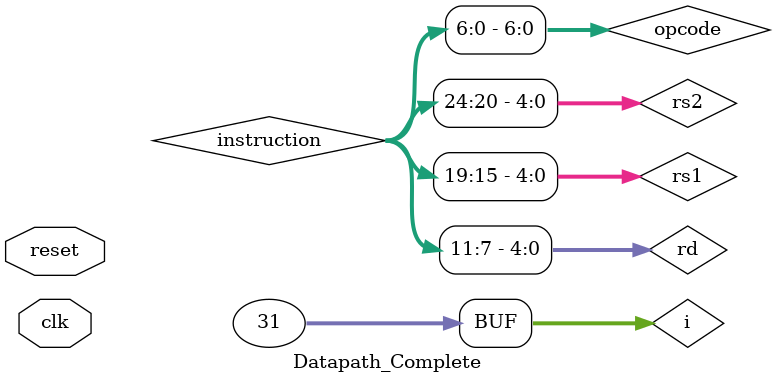
<source format=v>
`timescale 1ns / 1ps


module Datapath_Complete(
	input clk, reset
);

	wire [31:0] instruction;
	reg [63:0] PC;
	wire [4:0] rd, rs1, rs2;
	wire [6:0] opcode;
	wire ALUsrc, MemtoReg, RegWrite, MemRead, MemWrite, Branch, select;
	wire [1:0] ALUop;
	reg [63:0] x[0:31];
	integer i;
	initial begin
		for(i = 0; i<31; i=i+1) begin 
			x[i] = i;
		end
	end
	
	
	assign rd = instruction[11:7];
	assign rs1 = instruction[19:15];
	assign rs2 = instruction[24:20];
	assign opcode = instruction[6:0];

	wire[63:0] rd1, rd2, wd, alu2, imm, alu_res, readd;
	wire[3:0] funct, ALUCtrl;
	wire ALU_OF, ALU_zero;
	assign rd1 = x[rs1];
	assign rd2 = x[rs2];
	assign select = Branch & ALU_zero;
    
	//Select input = (ALU_Zero) & (Branch)
    assign funct = {instruction[30], instruction[14:12]};
    
    initial begin 
    	PC = 0;
    end
    
    
    MainControlUnit MCU(opcode, ALUsrc, MemtoReg, RegWrite, MemRead, MemWrite, Branch, ALUop);
    InstructionFetch InF(instruction, reset, clk, Branch, ALU_zero, PC, imm);
    SignExt SE(imm, instruction);
    MUX_RF_or_SE MUX1(alu2, rd2, imm, ALUsrc);
    ALU_Control ALUC(ALUCtrl, ALUop, funct);
    ALU_64b_CASCADE ALU(alu_res, ALU_OF, ALU_zero, rd1, alu2, ALUCtrl);
    MemoryBlock MEM(readd, alu_res, rd2, MemWrite, MemRead, clk);
    MUX_Mem_OR_ALU MUX2(wd, readd, alu_res, MemtoReg);
	
	always @(posedge clk) begin
		if(RegWrite == 1)
			x[rd] <= wd;
	end
//	always @(posedge clk) begin
//		$monitor ("Instruction: %0h, RD1: %0d, RD2: %0d, rd: %0d, rs1: %0d, rs2: %0d, ALUsrc: %b, MemtoReg: %b, RegWrite: %b, MemRead: %b, MemWrite: %b, Branch: %b, ALUop: %b"
//		          ,instruction, rd1, rd2, rd, rs1, rs2, ALUsrc, MemtoReg, RegWrite, MemRead, MemWrite, Branch, ALUop);
//	end
	always @(posedge clk) begin
		if(Branch == 1 & ALU_zero == 1) begin
			PC = PC + (imm << 1);
		end
		else
			PC = PC + 64'd4;
	end

    

endmodule

</source>
